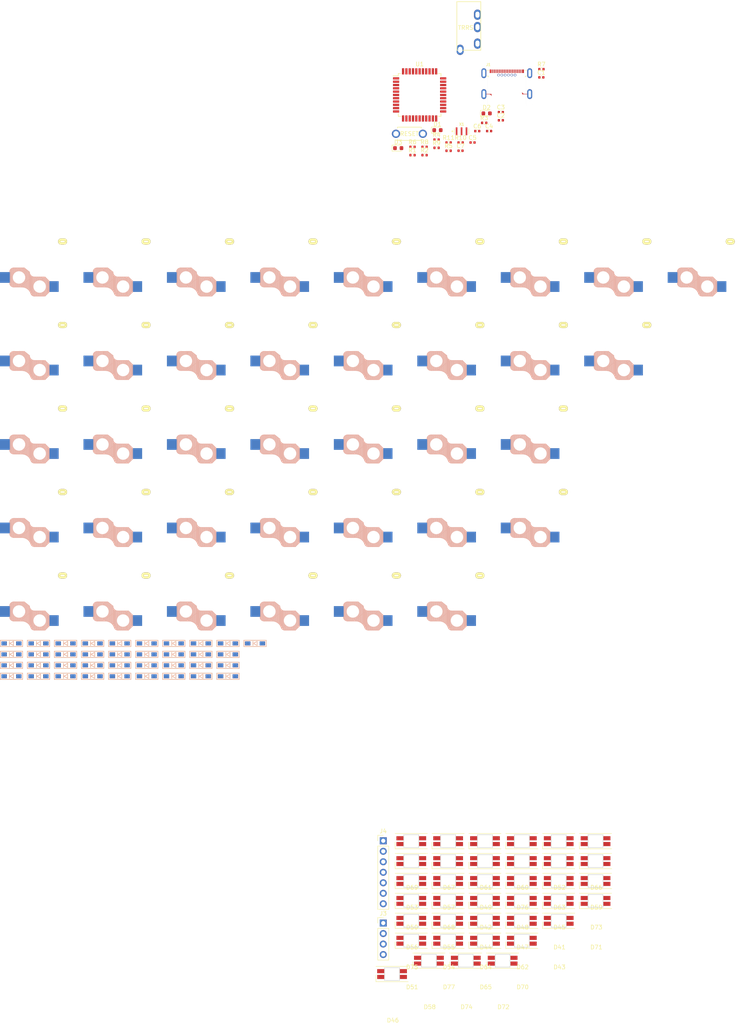
<source format=kicad_pcb>
(kicad_pcb (version 20211014) (generator pcbnew)
  (title_block (title "HatsuLight69") (date "2023-01-02") (rev "0.1") (company "kazmeegawa"))
  (layers (0 "F.Cu" signal) (31 "B.Cu" signal) (34 "B.Paste" user) (35 "F.Paste" user) (36 "B.SilkS" user "B.Silkscreen") (37 "F.SilkS" user "F.Silkscreen") (38 "B.Mask" user) (39 "F.Mask" user) (44 "Edge.Cuts" user))
  (net 0 "")
  (net 1 "Net-(C1-Pad1)")
  (net 2 "GND")
  (net 3 "Net-(C2-Pad2)")
  (net 4 "VCC")
  (net 5 "Net-(D1-Pad1)")
  (net 6 "Net-(D2-Pad1)")
  (net 7 "Net-(D3-Pad2)")
  (net 8 "ROW0")
  (net 9 "Net-(D4-Pad2)")
  (net 10 "Net-(D5-Pad2)")
  (net 11 "Net-(D6-Pad2)")
  (net 12 "Net-(D7-Pad2)")
  (net 13 "Net-(D8-Pad2)")
  (net 14 "Net-(D9-Pad2)")
  (net 15 "Net-(D10-Pad2)")
  (net 16 "ROW1")
  (net 17 "Net-(D11-Pad2)")
  (net 18 "Net-(D12-Pad2)")
  (net 19 "Net-(D13-Pad2)")
  (net 20 "Net-(D14-Pad2)")
  (net 21 "Net-(D15-Pad2)")
  (net 22 "Net-(D16-Pad2)")
  (net 23 "Net-(D17-Pad2)")
  (net 24 "Net-(D18-Pad2)")
  (net 25 "ROW2")
  (net 26 "Net-(D19-Pad2)")
  (net 27 "Net-(D20-Pad2)")
  (net 28 "Net-(D21-Pad2)")
  (net 29 "Net-(D22-Pad2)")
  (net 30 "Net-(D23-Pad2)")
  (net 31 "Net-(D24-Pad2)")
  (net 32 "Net-(D25-Pad2)")
  (net 33 "ROW3")
  (net 34 "Net-(D26-Pad2)")
  (net 35 "Net-(D27-Pad2)")
  (net 36 "Net-(D28-Pad2)")
  (net 37 "Net-(D29-Pad2)")
  (net 38 "Net-(D30-Pad2)")
  (net 39 "Net-(D31-Pad2)")
  (net 40 "Net-(D32-Pad2)")
  (net 41 "Net-(D33-Pad2)")
  (net 42 "ROW4")
  (net 43 "Net-(D34-Pad2)")
  (net 44 "Net-(D35-Pad2)")
  (net 45 "Net-(D36-Pad2)")
  (net 46 "Net-(D37-Pad2)")
  (net 47 "Net-(D38-Pad2)")
  (net 48 "Net-(D39-Pad2)")
  (net 49 "Net-(D40-Pad2)")
  (net 50 "LED")
  (net 51 "Net-(D41-Pad1)")
  (net 52 "Net-(D42-Pad1)")
  (net 53 "Net-(D43-Pad1)")
  (net 54 "Net-(D44-Pad1)")
  (net 55 "Net-(D45-Pad1)")
  (net 56 "Net-(D46-Pad1)")
  (net 57 "Net-(D47-Pad1)")
  (net 58 "Net-(D48-Pad1)")
  (net 59 "Net-(D49-Pad1)")
  (net 60 "Net-(D50-Pad1)")
  (net 61 "Net-(D51-Pad1)")
  (net 62 "Net-(D52-Pad1)")
  (net 63 "Net-(D53-Pad1)")
  (net 64 "Net-(D54-Pad1)")
  (net 65 "Net-(D55-Pad1)")
  (net 66 "Net-(D56-Pad1)")
  (net 67 "Net-(D57-Pad1)")
  (net 68 "Net-(D58-Pad1)")
  (net 69 "Net-(D59-Pad1)")
  (net 70 "Net-(D60-Pad1)")
  (net 71 "Net-(D61-Pad1)")
  (net 72 "Net-(D62-Pad1)")
  (net 73 "Net-(D63-Pad1)")
  (net 74 "Net-(D64-Pad1)")
  (net 75 "Net-(D65-Pad1)")
  (net 76 "Net-(D66-Pad1)")
  (net 77 "Net-(D67-Pad1)")
  (net 78 "Net-(D68-Pad1)")
  (net 79 "Net-(D69-Pad1)")
  (net 80 "Net-(D70-Pad1)")
  (net 81 "Net-(D71-Pad1)")
  (net 82 "Net-(D72-Pad1)")
  (net 83 "Net-(D73-Pad1)")
  (net 84 "Net-(D74-Pad1)")
  (net 85 "Net-(D75-Pad1)")
  (net 86 "Net-(D76-Pad1)")
  (net 90 "Net-(J1-PadA5)")
  (net 91 "Net-(J1-PadA6)")
  (net 92 "Net-(J1-PadA7)")
  (net 98 "Net-(J1-PadB5)")
  (net 102 "SCL")
  (net 103 "SDA")
  (net 104 "MISO")
  (net 105 "MOSI")
  (net 106 "NCS")
  (net 107 "SCLK")
  (net 108 "/MCU/D-")
  (net 109 "/MCU/D+")
  (net 110 "Net-(R5-Pad2)")
  (net 111 "Net-(R6-Pad2)")
  (net 112 "Net-(R7-Pad1)")
  (net 113 "Net-(R8-Pad2)")
  (net 114 "COL0")
  (net 115 "COL1")
  (net 116 "COL2")
  (net 117 "COL3")
  (net 118 "COL4")
  (net 119 "COL5")
  (net 120 "COL6")
  (net 121 "COL7")
  (net 124 "/MCU/XTAL1")
  (net 125 "/MCU/XTAL2")
  (net 126 "DATA")
  (footprint "kbd:YS-SK6812MINI-E" (layer "F.Cu") (at -96.1075 199.9175)
    (fp_text reference "D46")
    (fp_text value "SK6812MINI")
    (fp_line (start -1.8 1.55) (end 1.8 1.55) (layer "Edge.Cuts") (width 0.12))
    (fp_line (start 1.8 1.55) (end 1.8 -1.55) (layer "Edge.Cuts") (width 0.12))
    (fp_line (start -1.8 -1.55) (end -1.8 1.55) (layer "Edge.Cuts") (width 0.12))
    (fp_line (start 1.8 -1.55) (end -1.8 -1.55) (layer "Edge.Cuts") (width 0.12))
  )
  (footprint "kbd:ResetSW_1side" (layer "F.Cu") (at -91.9125 -3.35)
    (fp_text reference "SW1" hide)
    (fp_text value "SW_PUSH")
  )
  (footprint "LED_SMD:LED_0603_1608Metric" (layer "F.Cu") (at -94.6175 0.12)
    (fp_text reference "D3")
    (fp_text value "BLUE")
  )
  (footprint "kbd:YS-SK6812MINI-E" (layer "F.Cu") (at -69.3475 196.6875)
    (fp_text reference "D72")
    (fp_text value "SK6812MINI")
    (fp_line (start 1.8 -1.55) (end -1.8 -1.55) (layer "Edge.Cuts") (width 0.12))
    (fp_line (start -1.8 -1.55) (end -1.8 1.55) (layer "Edge.Cuts") (width 0.12))
    (fp_line (start 1.8 1.55) (end 1.8 -1.55) (layer "Edge.Cuts") (width 0.12))
    (fp_line (start -1.8 1.55) (end 1.8 1.55) (layer "Edge.Cuts") (width 0.12))
  )
  (footprint "kbd:YS-SK6812MINI-E" (layer "F.Cu") (at -46.8575 172.5875)
    (fp_text reference "D59")
    (fp_text value "SK6812MINI")
    (fp_line (start 1.8 -1.55) (end -1.8 -1.55) (layer "Edge.Cuts") (width 0.12))
    (fp_line (start -1.8 -1.55) (end -1.8 1.55) (layer "Edge.Cuts") (width 0.12))
    (fp_line (start -1.8 1.55) (end 1.8 1.55) (layer "Edge.Cuts") (width 0.12))
    (fp_line (start 1.8 1.55) (end 1.8 -1.55) (layer "Edge.Cuts") (width 0.12))
  )
  (footprint "kbd:ChocV1_V2_Hotswap" (layer "F.Cu") (at -141 108.50625)
    (fp_text reference "SW14" hide)
    (fp_text value "SW_PUSH-kbd" hide)
  )
  (footprint "kbd:D3_SMD" (layer "F.Cu") (at -135.825 122.58125)
    (fp_text reference "D12" hide)
    (fp_text value "D_Small" hide)
  )
  (footprint "kbd:ChocV1_V2_Hotswap" (layer "F.Cu") (at -120.8 47.90625)
    (fp_text reference "SW22" hide)
    (fp_text value "SW_PUSH-kbd" hide)
  )
  (footprint "kbd:ChocV1_V2_Hotswap" (layer "F.Cu") (at -161.2 68.10625)
    (fp_text reference "SW8" hide)
    (fp_text value "SW_PUSH-kbd" hide)
  )
  (footprint "kbd:D3_SMD" (layer "F.Cu") (at -175.125 119.93125)
    (fp_text reference "D40" hide)
    (fp_text value "D_Small" hide)
  )
  (footprint "Capacitor_SMD:C_0402_1005Metric" (layer "F.Cu") (at -79.5375 0.75)
    (fp_text reference "C7")
    (fp_text value "4.7u")
  )
  (footprint "kbd:D3_SMD" (layer "F.Cu") (at -142.375 127.88125)
    (fp_text reference "D25" hide)
    (fp_text value "D_Small" hide)
  )
  (footprint "Resistor_SMD:R_0402_1005Metric" (layer "F.Cu") (at -88.2475 1.81)
    (fp_text reference "R2")
    (fp_text value "5.1k")
  )
  (footprint "kbd:YS-SK6812MINI-E" (layer "F.Cu") (at -55.7775 187.0475)
    (fp_text reference "D43")
    (fp_text value "SK6812MINI")
    (fp_line (start -1.8 -1.55) (end -1.8 1.55) (layer "Edge.Cuts") (width 0.12))
    (fp_line (start -1.8 1.55) (end 1.8 1.55) (layer "Edge.Cuts") (width 0.12))
    (fp_line (start 1.8 1.55) (end 1.8 -1.55) (layer "Edge.Cuts") (width 0.12))
    (fp_line (start 1.8 -1.55) (end -1.8 -1.55) (layer "Edge.Cuts") (width 0.12))
  )
  (footprint "kbd:ChocV1_V2_Hotswap" (layer "F.Cu") (at -60.2 68.10625)
    (fp_text reference "SW6" hide)
    (fp_text value "SW_PUSH-kbd" hide)
  )
  (footprint "kbd:YS-SK6812MINI-E" (layer "F.Cu") (at -78.2675 196.6875)
    (fp_text reference "D74")
    (fp_text value "SK6812MINI")
    (fp_line (start 1.8 -1.55) (end -1.8 -1.55) (layer "Edge.Cuts") (width 0.12))
    (fp_line (start -1.8 1.55) (end 1.8 1.55) (layer "Edge.Cuts") (width 0.12))
    (fp_line (start 1.8 1.55) (end 1.8 -1.55) (layer "Edge.Cuts") (width 0.12))
    (fp_line (start -1.8 -1.55) (end -1.8 1.55) (layer "Edge.Cuts") (width 0.12))
  )
  (footprint "kbd:YS-SK6812MINI-E" (layer "F.Cu") (at -73.6175 172.5875)
    (fp_text reference "D49")
    (fp_text value "SK6812MINI")
    (fp_line (start 1.8 1.55) (end 1.8 -1.55) (layer "Edge.Cuts") (width 0.12))
    (fp_line (start -1.8 -1.55) (end -1.8 1.55) (layer "Edge.Cuts") (width 0.12))
    (fp_line (start -1.8 1.55) (end 1.8 1.55) (layer "Edge.Cuts") (width 0.12))
    (fp_line (start 1.8 -1.55) (end -1.8 -1.55) (layer "Edge.Cuts") (width 0.12))
  )
  (footprint "Package_QFP:TQFP-44_10x10mm_P0.8mm" (layer "F.Cu") (at -89.4375 -12.75)
    (fp_text reference "U1")
    (fp_text value "ATMEGA32U4")
  )
  (footprint "kbd:YS-SK6812MINI-E" (layer "F.Cu") (at -73.6175 177.4075)
    (fp_text reference "D42")
    (fp_text value "SK6812MINI")
    (fp_line (start -1.8 1.55) (end 1.8 1.55) (layer "Edge.Cuts") (width 0.12))
    (fp_line (start 1.8 1.55) (end 1.8 -1.55) (layer "Edge.Cuts") (width 0.12))
    (fp_line (start 1.8 -1.55) (end -1.8 -1.55) (layer "Edge.Cuts") (width 0.12))
    (fp_line (start -1.8 -1.55) (end -1.8 1.55) (layer "Edge.Cuts") (width 0.12))
  )
  (footprint "kbd:YS-SK6812MINI-E" (layer "F.Cu") (at -73.6175 191.8675)
    (fp_text reference "D65")
    (fp_text value "SK6812MINI")
    (fp_line (start -1.8 -1.55) (end -1.8 1.55) (layer "Edge.Cuts") (width 0.12))
    (fp_line (start -1.8 1.55) (end 1.8 1.55) (layer "Edge.Cuts") (width 0.12))
    (fp_line (start 1.8 1.55) (end 1.8 -1.55) (layer "Edge.Cuts") (width 0.12))
    (fp_line (start 1.8 -1.55) (end -1.8 -1.55) (layer "Edge.Cuts") (width 0.12))
  )
  (footprint "kbd:YS-SK6812MINI-E" (layer "F.Cu") (at -91.4575 167.7675)
    (fp_text reference "D69")
    (fp_text value "SK6812MINI")
    (fp_line (start -1.8 -1.55) (end -1.8 1.55) (layer "Edge.Cuts") (width 0.12))
    (fp_line (start 1.8 -1.55) (end -1.8 -1.55) (layer "Edge.Cuts") (width 0.12))
    (fp_line (start -1.8 1.55) (end 1.8 1.55) (layer "Edge.Cuts") (width 0.12))
    (fp_line (start 1.8 1.55) (end 1.8 -1.55) (layer "Edge.Cuts") (width 0.12))
  )
  (footprint "kbd:YS-SK6812MINI-E" (layer "F.Cu") (at -91.4575 191.8675)
    (fp_text reference "D51")
    (fp_text value "SK6812MINI")
    (fp_line (start -1.8 -1.55) (end -1.8 1.55) (layer "Edge.Cuts") (width 0.12))
    (fp_line (start 1.8 -1.55) (end -1.8 -1.55) (layer "Edge.Cuts") (width 0.12))
    (fp_line (start 1.8 1.55) (end 1.8 -1.55) (layer "Edge.Cuts") (width 0.12))
    (fp_line (start -1.8 1.55) (end 1.8 1.55) (layer "Edge.Cuts") (width 0.12))
  )
  (footprint "kbd:ChocV1_V2_Hotswap" (layer "F.Cu") (at -80.4 108.50625)
    (fp_text reference "SW2" hide)
    (fp_text value "SW_PUSH-kbd" hide)
  )
  (footprint "kbd:ChocV1_V2_Hotswap" (layer "F.Cu") (at -141 88.30625)
    (fp_text reference "SW37" hide)
    (fp_text value "SW_PUSH-kbd" hide)
  )
  (footprint "kbd:D3_SMD" (layer "F.Cu") (at -155.475 119.93125)
    (fp_text reference "D7" hide)
    (fp_text value "D_Small" hide)
  )
  (footprint "kbd:YS-SK6812MINI-E" (layer "F.Cu") (at -64.6975 167.7675)
    (fp_text reference "D60")
    (fp_text value "SK6812MINI")
    (fp_line (start 1.8 1.55) (end 1.8 -1.55) (layer "Edge.Cuts") (width 0.12))
    (fp_line (start -1.8 -1.55) (end -1.8 1.55) (layer "Edge.Cuts") (width 0.12))
    (fp_line (start 1.8 -1.55) (end -1.8 -1.55) (layer "Edge.Cuts") (width 0.12))
    (fp_line (start -1.8 1.55) (end 1.8 1.55) (layer "Edge.Cuts") (width 0.12))
  )
  (footprint "kbd:D3_SMD" (layer "F.Cu") (at -148.925 119.93125)
    (fp_text reference "D10" hide)
    (fp_text value "D_Small" hide)
  )
  (footprint "kbd:D3_SMD" (layer "F.Cu") (at -162.025 127.88125)
    (fp_text reference "D4" hide)
    (fp_text value "D_Small" hide)
  )
  (footprint "kbd:ChocV1_V2_Hotswap" (layer "F.Cu") (at -60.2 47.90625)
    (fp_text reference "SW32" hide)
    (fp_text value "SW_PUSH-kbd" hide)
  )
  (footprint "kbd:D3_SMD" (layer "F.Cu") (at -162.025 119.93125)
    (fp_text reference "D16" hide)
    (fp_text value "D_Small" hide)
  )
  (footprint "kbd:ChocV1_V2_Hotswap" (layer "F.Cu") (at -181.4 108.50625)
    (fp_text reference "SW26" hide)
    (fp_text value "SW_PUSH-kbd" hide)
  )
  (footprint "kbd:D3_SMD" (layer "F.Cu") (at -181.675 127.88125)
    (fp_text reference "D20" hide)
    (fp_text value "D_Small" hide)
  )
  (footprint "kbd:YS-SK6812MINI-E" (layer "F.Cu") (at -73.6175 182.2275)
    (fp_text reference "D44")
    (fp_text value "SK6812MINI")
    (fp_line (start -1.8 1.55) (end 1.8 1.55) (layer "Edge.Cuts") (width 0.12))
    (fp_line (start 1.8 1.55) (end 1.8 -1.55) (layer "Edge.Cuts") (width 0.12))
    (fp_line (start -1.8 -1.55) (end -1.8 1.55) (layer "Edge.Cuts") (width 0.12))
    (fp_line (start 1.8 -1.55) (end -1.8 -1.55) (layer "Edge.Cuts") (width 0.12))
  )
  (footprint "kbd:YS-SK6812MINI-E" (layer "F.Cu") (at -55.7775 172.5875)
    (fp_text reference "D63")
    (fp_text value "SK6812MINI")
    (fp_line (start -1.8 1.55) (end 1.8 1.55) (layer "Edge.Cuts") (width 0.12))
    (fp_line (start 1.8 1.55) (end 1.8 -1.55) (layer "Edge.Cuts") (width 0.12))
    (fp_line (start -1.8 -1.55) (end -1.8 1.55) (layer "Edge.Cuts") (width 0.12))
    (fp_line (start 1.8 -1.55) (end -1.8 -1.55) (layer "Edge.Cuts") (width 0.12))
  )
  (footprint "kbd:YS-SK6812MINI-E" (layer "F.Cu") (at -46.8575 177.4075)
    (fp_text reference "D73")
    (fp_text value "SK6812MINI")
    (fp_line (start 1.8 -1.55) (end -1.8 -1.55) (layer "Edge.Cuts") (width 0.12))
    (fp_line (start 1.8 1.55) (end 1.8 -1.55) (layer "Edge.Cuts") (width 0.12))
    (fp_line (start -1.8 -1.55) (end -1.8 1.55) (layer "Edge.Cuts") (width 0.12))
    (fp_line (start -1.8 1.55) (end 1.8 1.55) (layer "Edge.Cuts") (width 0.12))
  )
  (footprint "kbd:D3_SMD" (layer "F.Cu") (at -148.925 125.23125)
    (fp_text reference "D15" hide)
    (fp_text value "D_Small" hide)
  )
  (footprint "kbd:YS-SK6812MINI-E" (layer "F.Cu") (at -82.5375 172.5875)
    (fp_text reference "D57")
    (fp_text value "SK6812MINI")
    (fp_line (start -1.8 -1.55) (end -1.8 1.55) (layer "Edge.Cuts") (width 0.12))
    (fp_line (start 1.8 1.55) (end 1.8 -1.55) (layer "Edge.Cuts") (width 0.12))
    (fp_line (start 1.8 -1.55) (end -1.8 -1.55) (layer "Edge.Cuts") (width 0.12))
    (fp_line (start -1.8 1.55) (end 1.8 1.55) (layer "Edge.Cuts") (width 0.12))
  )
  (footprint "kbd:D3_SMD" (layer "F.Cu") (at -168.575 125.23125)
    (fp_text reference "D39" hide)
    (fp_text value "D_Small" hide)
  )
  (footprint "kbd:D3_SMD" (layer "F.Cu") (at -142.375 119.93125)
    (fp_text reference "D28" hide)
    (fp_text value "D_Small" hide)
  )
  (footprint "kbd:YS-SK6812MINI-E" (layer "F.Cu") (at -64.6975 191.8675)
    (fp_text reference "D70")
    (fp_text value "SK6812MINI")
    (fp_line (start 1.8 1.55) (end 1.8 -1.55) (layer "Edge.Cuts") (width 0.12))
    (fp_line (start -1.8 1.55) (end 1.8 1.55) (layer "Edge.Cuts") (width 0.12))
    (fp_line (start 1.8 -1.55) (end -1.8 -1.55) (layer "Edge.Cuts") (width 0.12))
    (fp_line (start -1.8 -1.55) (end -1.8 1.55) (layer "Edge.Cuts") (width 0.12))
  )
  (footprint "kbd:ChocV1_V2_Hotswap" (layer "F.Cu") (at -19.8 27.70625)
    (fp_text reference "SW13" hide)
    (fp_text value "SW_PUSH-kbd" hide)
  )
  (footprint "kbd:D3_SMD" (layer "F.Cu") (at -168.575 127.88125)
    (fp_text reference "D21" hide)
    (fp_text value "D_Small" hide)
  )
  (footprint "kbd:ChocV1_V2_Hotswap" (layer "F.Cu") (at -120.8 108.50625)
    (fp_text reference "SW9" hide)
    (fp_text value "SW_PUSH-kbd" hide)
  )
  (footprint "kbd:ChocV1_V2_Hotswap" (layer "F.Cu") (at -161.2 108.50625)
    (fp_text reference "SW12" hide)
    (fp_text value "SW_PUSH-kbd" hide)
  )
  (footprint "kbd:D3_SMD" (layer "F.Cu") (at -162.025 122.58125)
    (fp_text reference "D34" hide)
    (fp_text value "D_Small" hide)
  )
  (footprint "kbd:ChocV1_V2_Hotswap" (layer "F.Cu") (at -60.2 88.30625)
    (fp_text reference "SW23" hide)
    (fp_text value "SW_PUSH-kbd" hide)
  )
  (footprint "Resistor_SMD:R_0402_1005Metric" (layer "F.Cu") (at -73.8075 -5.99)
    (fp_text reference "R3")
    (fp_text value "22")
  )
  (footprint "Capacitor_SMD:C_0402_1005Metric" (layer "F.Cu") (at -59.9775 -17)
    (fp_text reference "C1")
    (fp_text value "0.1u")
  )
  (footprint "kbd:D3_SMD" (layer "F.Cu") (at -148.925 122.58125)
    (fp_text reference "D17" hide)
    (fp_text value "D_Small" hide)
  )
  (footprint "kbd:ChocV1_V2_Hotswap" (layer "F.Cu") (at -80.4 27.70625)
    (fp_text reference "SW21" hide)
    (fp_text value "SW_PUSH-kbd" hide)
  )
  (footprint "kbd:D3_SMD" (layer "F.Cu") (at -188.225 127.88125)
    (fp_text reference "D33" hide)
    (fp_text value "D_Small" hide)
  )
  (footprint "kbd:YS-SK6812MINI-E" (layer "F.Cu") (at -64.6975 177.4075)
    (fp_text reference "D48")
    (fp_text value "SK6812MINI")
    (fp_line (start 1.8 1.55) (end 1.8 -1.55) (layer "Edge.Cuts") (width 0.12))
    (fp_line (start 1.8 -1.55) (end -1.8 -1.55) (layer "Edge.Cuts") (width 0.12))
    (fp_line (start -1.8 1.55) (end 1.8 1.55) (layer "Edge.Cuts") (width 0.12))
    (fp_line (start -1.8 -1.55) (end -1.8 1.55) (layer "Edge.Cuts") (width 0.12))
  )
  (footprint "kbd:ChocV1_V2_Hotswap" (layer "F.Cu") (at -141 68.10625)
    (fp_text reference "SW35" hide)
    (fp_text value "SW_PUSH-kbd" hide)
  )
  (footprint "kbd:D3_SMD" (layer "F.Cu") (at -181.675 119.93125)
    (fp_text reference "D13" hide)
    (fp_text value "D_Small" hide)
  )
  (footprint "Capacitor_SMD:C_0402_1005Metric" (layer "F.Cu") (at -69.7775 -6.62)
    (fp_text reference "C2")
    (fp_text value "1u")
  )
  (footprint "Resistor_SMD:R_0402_1005Metric" (layer "F.Cu") (at -79.5175 -1.23)
    (fp_text reference "R10")
    (fp_text value "10k")
  )
  (footprint "Resistor_SMD:R_0402_1005Metric" (layer "F.Cu") (at -85.3375 0.05)
    (fp_text reference "R9")
    (fp_text value "1k")
  )
  (footprint "kbd:D3_SMD" (layer "F.Cu") (at -148.925 127.88125)
    (fp_text reference "D24" hide)
    (fp_text value "D_Small" hide)
  )
  (footprint "kbd:ChocV1_V2_Hotswap" (layer "F.Cu") (at -181.4 27.70625)
    (fp_text reference "SW3" hide)
    (fp_text value "SW_PUSH-kbd" hide)
  )
  (footprint "kbd:YS-SK6812MINI-E" (layer "F.Cu") (at -73.6175 167.7675)
    (fp_text reference "D61")
    (fp_text value "SK6812MINI")
    (fp_line (start 1.8 1.55) (end 1.8 -1.55) (layer "Edge.Cuts") (width 0.12))
    (fp_line (start -1.8 1.55) (end 1.8 1.55) (layer "Edge.Cuts") (width 0.12))
    (fp_line (start 1.8 -1.55) (end -1.8 -1.55) (layer "Edge.Cuts") (width 0.12))
    (fp_line (start -1.8 -1.55) (end -1.8 1.55) (layer "Edge.Cuts") (width 0.12))
  )
  (footprint "kbd:D3_SMD" (layer "F.Cu") (at -142.375 122.58125)
    (fp_text reference "D32" hide)
    (fp_text value "D_Small" hide)
  )
  (footprint "kbd:YS-SK6812MINI-E" (layer "F.Cu") (at -82.5375 187.0475)
    (fp_text reference "D54")
    (fp_text value "SK6812MINI")
    (fp_line (start -1.8 1.55) (end 1.8 1.55) (layer "Edge.Cuts") (width 0.12))
    (fp_line (start -1.8 -1.55) (end -1.8 1.55) (layer "Edge.Cuts") (width 0.12))
    (fp_line (start 1.8 -1.55) (end -1.8 -1.55) (layer "Edge.Cuts") (width 0.12))
    (fp_line (start 1.8 1.55) (end 1.8 -1.55) (layer "Edge.Cuts") (width 0.12))
  )
  (footprint "kbd:D3_SMD" (layer "F.Cu") (at -175.125 122.58125)
    (fp_text reference "D8" hide)
    (fp_text value "D_Small" hide)
  )
  (footprint "kbd:ChocV1_V2_Hotswap" (layer "F.Cu") (at -100.6 27.70625)
    (fp_text reference "SW20" hide)
    (fp_text value "SW_PUSH-kbd" hide)
  )
  (footprint "kbd:YS-SK6812MINI-E" (layer "F.Cu") (at -91.4575 187.0475)
    (fp_text reference "D75")
    (fp_text value "SK6812MINI")
    (fp_line (start 1.8 1.55) (end 1.8 -1.55) (layer "Edge.Cuts") (width 0.12))
    (fp_line (start -1.8 -1.55) (end -1.8 1.55) (layer "Edge.Cuts") (width 0.12))
    (fp_line (start 1.8 -1.55) (end -1.8 -1.55) (layer "Edge.Cuts") (width 0.12))
    (fp_line (start -1.8 1.55) (end 1.8 1.55) (layer "Edge.Cuts") (width 0.12))
  )
  (footprint "kbd:ChocV1_V2_Hotswap" (layer "F.Cu") (at -40 47.90625)
    (fp_text reference "SW4" hide)
    (fp_text value "SW_PUSH-kbd" hide)
  )
  (footprint "kbd:YS-SK6812MINI-E" (layer "F.Cu") (at -91.4575 177.4075)
    (fp_text reference "D50")
    (fp_text value "SK6812MINI")
    (fp_line (start -1.8 1.55) (end 1.8 1.55) (layer "Edge.Cuts") (width 0.12))
    (fp_line (start 1.8 1.55) (end 1.8 -1.55) (layer "Edge.Cuts") (width 0.12))
    (fp_line (start 1.8 -1.55) (end -1.8 -1.55) (layer "Edge.Cuts") (width 0.12))
    (fp_line (start -1.8 -1.55) (end -1.8 1.55) (layer "Edge.Cuts") (width 0.12))
  )
  (footprint "kbd:D3_SMD" (layer "F.Cu") (at -168.575 122.58125)
    (fp_text reference "D38" hide)
    (fp_text value "D_Small" hide)
  )
  (footprint "kbd:D3_SMD" (layer "F.Cu") (at -129.275 119.93125)
    (fp_text reference "D5" hide)
    (fp_text value "D_Small" hide)
  )
  (footprint "kbd:D3_SMD" (layer "F.Cu") (at -142.375 125.23125)
    (fp_text reference "D11" hide)
    (fp_text value "D_Small" hide)
  )
  (footprint "Capacitor_SMD:C_0402_1005Metric" (layer "F.Cu") (at -75.4875 -4.01)
    (fp_text reference "C6")
    (fp_text value "0.1u")
  )
  (footprint "Connector_PinHeader_2.54mm:PinHeader_1x04_P2.54mm_Vertical" (layer "F.Cu") (at -98.2425 187.5825)
    (fp_text reference "J3")
    (fp_text value "I2C")
  )
  (footprint "kbd:YS-SK6812MINI-E" (layer "F.Cu") (at -82.5375 177.4075)
    (fp_text reference "D68")
    (fp_text value "SK6812MINI")
    (fp_line (start 1.8 -1.55) (end -1.8 -1.55) (layer "Edge.Cuts") (width 0.12))
    (fp_line (start -1.8 -1.55) (end -1.8 1.55) (layer "Edge.Cuts") (width 0.12))
    (fp_line (start -1.8 1.55) (end 1.8 1.55) (layer "Edge.Cuts") (width 0.12))
    (fp_line (start 1.8 1.55) (end 1.8 -1.55) (layer "Edge.Cuts") (width 0.12))
  )
  (footprint "kbd:D3_SMD" (layer "F.Cu") (at -188.225 125.23125)
    (fp_text reference "D14" hide)
    (fp_text value "D_Small" hide)
  )
  (footprint "kbd:YS-SK6812MINI-E" (layer "F.Cu") (at -87.1875 196.6875)
    (fp_text reference "D58")
    (fp_text value "SK6812MINI")
    (fp_line (start -1.8 1.55) (end 1.8 1.55) (layer "Edge.Cuts") (width 0.12))
    (fp_line (start 1.8 1.55) (end 1.8 -1.55) (layer "Edge.Cuts") (width 0.12))
    (fp_line (start 1.8 -1.55) (end -1.8 -1.55) (layer "Edge.Cuts") (width 0.12))
    (fp_line (start -1.8 -1.55) (end -1.8 1.55) (layer "Edge.Cuts") (width 0.12))
  )
  (footprint "kbd:YS-SK6812MINI-E" (layer "F.Cu") (at -55.7775 167.7675)
    (fp_text reference "D52")
    (fp_text value "SK6812MINI")
    (fp_line (start 1.8 1.55) (end 1.8 -1.55) (layer "Edge.Cuts") (width 0.12))
    (fp_line (start 1.8 -1.55) (end -1.8 -1.55) (layer "Edge.Cuts") (width 0.12))
    (fp_line (start -1.8 1.55) (end 1.8 1.55) (layer "Edge.Cuts") (width 0.12))
    (fp_line (start -1.8 -1.55) (end -1.8 1.55) (layer "Edge.Cuts") (width 0.12))
  )
  (footprint "LED_SMD:LED_0603_1608Metric" (layer "F.Cu") (at -73.2175 -8.28)
    (fp_text reference "D2")
    (fp_text value "GREEN")
  )
  (footprint "kbd:YS-SK6812MINI-E" (layer "F.Cu") (at -64.6975 182.2275)
    (fp_text reference "D47")
    (fp_text value "SK6812MINI")
    (fp_line (start 1.8 1.55) (end 1.8 -1.55) (layer "Edge.Cuts") (width 0.12))
    (fp_line (start 1.8 -1.55) (end -1.8 -1.55) (layer "Edge.Cuts") (width 0.12))
    (fp_line (start -1.8 1.55) (end 1.8 1.55) (layer "Edge.Cuts") (width 0.12))
    (fp_line (start -1.8 -1.55) (end -1.8 1.55) (layer "Edge.Cuts") (width 0.12))
  )
  (footprint "Capacitor_SMD:C_0402_1005Metric" (layer "F.Cu") (at -69.7775 -8.59)
    (fp_text reference "C3")
    (fp_text value "0.1u")
  )
  (footprint "kbd:D3_SMD" (layer "F.Cu") (at -135.825 127.88125)
    (fp_text reference "D31" hide)
    (fp_text value "D_Small" hide)
  )
  (footprint "kbd:ChocV1_V2_Hotswap" (layer "F.Cu") (at -120.8 27.70625)
    (fp_text reference "SW38" hide)
    (fp_text value "SW_PUSH-kbd" hide)
  )
  (footprint "kbd:ChocV1_V2_Hotswap" (layer "F.Cu") (at -80.4 47.90625)
    (fp_text reference "SW19" hide)
    (fp_text value "SW_PUSH-kbd" hide)
  )
  (footprint "kbd:YS-SK6812MINI-E" (layer "F.Cu") (at -91.4575 182.2275)
    (fp_text reference "D56")
    (fp_text value "SK6812MINI")
    (fp_line (start 1.8 1.55) (end 1.8 -1.55) (layer "Edge.Cuts") (width 0.12))
    (fp_line (start 1.8 -1.55) (end -1.8 -1.55) (layer "Edge.Cuts") (width 0.12))
    (fp_line (start -1.8 1.55) (end 1.8 1.55) (layer "Edge.Cuts") (width 0.12))
    (fp_line (start -1.8 -1.55) (end -1.8 1.55) (layer "Edge.Cuts") (width 0.12))
  )
  (footprint "kbd:D3_SMD" (layer "F.Cu") (at -175.125 127.88125)
    (fp_text reference "D6" hide)
    (fp_text value "D_Small" hide)
  )
  (footprint "kbd:ChocV1_V2_Hotswap" (layer "F.Cu") (at -100.6 108.50625)
    (fp_text reference "SW33" hide)
    (fp_text value "SW_PUSH-kbd" hide)
  )
  (footprint "kbd:ChocV1_V2_Hotswap" (layer "F.Cu") (at -120.8 88.30625)
    (fp_text reference "SW30" hide)
    (fp_text value "SW_PUSH-kbd" hide)
  )
  (footprint "kbd:YS-SK6812MINI-E" (layer "F.Cu") (at -46.8575 167.7675)
    (fp_text reference "D66")
    (fp_text value "SK6812MINI")
    (fp_line (start 1.8 -1.55) (end -1.8 -1.55) (layer "Edge.Cuts") (width 0.12))
    (fp_line (start 1.8 1.55) (end 1.8 -1.55) (layer "Edge.Cuts") (width 0.12))
    (fp_line (start -1.8 1.55) (end 1.8 1.55) (layer "Edge.Cuts") (width 0.12))
    (fp_line (start -1.8 -1.55) (end -1.8 1.55) (layer "Edge.Cuts") (width 0.12))
  )
  (footprint "kbd:D3_SMD" (layer "F.Cu") (at -175.125 125.23125)
    (fp_text reference "D19" hide)
    (fp_text value "D_Small" hide)
  )
  (footprint "LED_SMD:LED_0603_1608Metric" (layer "F.Cu") (at -85.1175 -4.23)
    (fp_text reference "D1")
    (fp_text value "RED")
  )
  (footprint "Connector_PinHeader_2.54mm:PinHeader_1x07_P2.54mm_Vertical" (layer "F.Cu") (at -98.2425 167.6825)
    (fp_text reference "J4")
    (fp_text value "SPI")
  )
  (footprint "kbd:ChocV1_V2_Hotswap" (layer "F.Cu") (at -60.2 27.70625)
    (fp_text reference "SW10" hide)
    (fp_text value "SW_PUSH-kbd" hide)
  )
  (footprint "kbd:D3_SMD" (layer "F.Cu") (at -135.825 119.93125)
    (fp_text reference "D30" hide)
    (fp_text value "D_Small" hide)
  )
  (footprint "kbd:D3_SMD" (layer "F.Cu") (at -162.025 125.23125)
    (fp_text reference "D35" hide)
    (fp_text value "D_Small" hide)
  )
  (footprint "kbd:YS-SK6812MINI-E" (layer "F.Cu") (at -82.5375 182.2275)
    (fp_text reference "D55")
    (fp_text value "SK6812MINI")
    (fp_line (start -1.8 -1.55) (end -1.8 1.55) (layer "Edge.Cuts") (width 0.12))
    (fp_line (start 1.8 1.55) (end 1.8 -1.55) (layer "Edge.Cuts") (width 0.12))
    (fp_line (start 1.8 -1.55) (end -1.8 -1.55) (layer "Edge.Cuts") (width 0.12))
    (fp_line (start -1.8 1.55) (end 1.8 1.55) (layer "Edge.Cuts") (width 0.12))
  )
  (footprint "Resistor_SMD:R_0402_1005Metric" (layer "F.Cu") (at -59.9575 -18.98)
    (fp_text reference "R7")
    (fp_text value "10k")
  )
  (footprint "kbd:ChocV1_V2_Hotswap" (layer "F.Cu") (at -161.2 27.70625)
    (fp_text reference "SW18" hide)
    (fp_text value "SW_PUSH-kbd" hide)
  )
  (footprint "kbd:ChocV1_V2_Hotswap" (layer "F.Cu") (at -100.6 47.90625)
    (fp_text reference "SW29" hide)
    (fp_text value "SW_PUSH-kbd" hide)
  )
  (footprint "kbd:D3_SMD" (layer "F.Cu") (at -155.475 127.88125)
    (fp_text reference "D9" hide)
    (fp_text value "D_Small" hide)
  )
  (footprint "kbd:D3_SMD" (layer "F.Cu") (at -168.575 119.93125)
    (fp_text reference "D37" hide)
    (fp_text value "D_Small" hide)
  )
  (footprint "Resistor_SMD:R_0402_1005Metric" (layer "F.Cu") (at -88.2475 -0.18)
    (fp_text reference "R8")
    (fp_text value "1k")
  )
  (footprint "kbd:ChocV1_V2_Hotswap" (layer "F.Cu") (at -181.4 68.10625)
    (fp_text reference "SW16" hide)
    (fp_text value "SW_PUSH-kbd" hide)
  )
  (footprint "kbd:YS-SK6812MINI-E" (layer "F.Cu") (at -64.6975 172.5875)
    (fp_text reference "D76")
    (fp_text value "SK6812MINI")
    (fp_line (start 1.8 1.55) (end 1.8 -1.55) (layer "Edge.Cuts") (width 0.12))
    (fp_line (start 1.8 -1.55) (end -1.8 -1.55) (layer "Edge.Cuts") (width 0.12))
    (fp_line (start -1.8 -1.55) (end -1.8 1.55) (layer "Edge.Cuts") (width 0.12))
    (fp_line (start -1.8 1.55) (end 1.8 1.55) (layer "Edge.Cuts") (width 0.12))
  )
  (footprint "kbd:D3_SMD" (layer "F.Cu") (at -181.675 125.23125)
    (fp_text reference "D36" hide)
    (fp_text value "D_Small" hide)
  )
  (footprint "kbd:ChocV1_V2_Hotswap" (layer "F.Cu") (at -100.6 68.10625)
    (fp_text reference "SW17" hide)
    (fp_text value "SW_PUSH-kbd" hide)
  )
  (footprint "kbd:D3_SMD" (layer "F.Cu") (at -155.475 122.58125)
    (fp_text reference "D29" hide)
    (fp_text value "D_Small" hide)
  )
  (footprint "kbd:YS-SK6812MINI-E" (layer "F.Cu") (at -82.5375 167.7675)
    (fp_text reference "D67")
    (fp_text value "SK6812MINI")
    (fp_line (start 1.8 -1.55) (end -1.8 -1.55) (layer "Edge.Cuts") (width 0.12))
    (fp_line (start -1.8 1.55) (end 1.8 1.55) (layer "Edge.Cuts") (width 0.12))
    (fp_line (start 1.8 1.55) (end 1.8 -1.55) (layer "Edge.Cuts") (width 0.12))
    (fp_line (start -1.8 -1.55) (end -1.8 1.55) (layer "Edge.Cuts") (width 0.12))
  )
  (footprint "kbd:YS-SK6812MINI-E" (layer "F.Cu") (at -91.4575 172.5875)
    (fp_text reference "D53")
    (fp_text value "SK6812MINI")
    (fp_line (start 1.8 1.55) (end 1.8 -1.55) (layer "Edge.Cuts") (width 0.12))
    (fp_line (start -1.8 1.55) (end 1.8 1.55) (layer "Edge.Cuts") (width 0.12))
    (fp_line (start 1.8 -1.55) (end -1.8 -1.55) (layer "Edge.Cuts") (width 0.12))
    (fp_line (start -1.8 -1.55) (end -1.8 1.55) (layer "Edge.Cuts") (width 0.12))
  )
  (footprint "kbd:ChocV1_V2_Hotswap" (layer "F.Cu") (at -100.6 88.30625)
    (fp_text reference "SW36" hide)
    (fp_text value "SW_PUSH-kbd" hide)
  )
  (footprint "Resistor_SMD:R_0402_1005Metric" (layer "F.Cu") (at -82.4275 0.76)
    (fp_text reference "R5")
    (fp_text value "1k")
  )
  (footprint "Resistor_SMD:R_0402_1005Metric" (layer "F.Cu") (at -91.1575 -0.18)
    (fp_text reference "R6")
    (fp_text value "10k")
  )
  (footprint "kbd:YS-SK6812MINI-E" (layer "F.Cu") (at -46.8575 182.2275)
    (fp_text reference "D71")
    (fp_text value "SK6812MINI")
    (fp_line (start 1.8 1.55) (end 1.8 -1.55) (layer "Edge.Cuts") (width 0.12))
    (fp_line (start -1.8 1.55) (end 1.8 1.55) (layer "Edge.Cuts") (width 0.12))
    (fp_line (start 1.8 -1.55) (end -1.8 -1.55) (layer "Edge.Cuts") (width 0.12))
    (fp_line (start -1.8 -1.55) (end -1.8 1.55) (layer "Edge.Cuts") (width 0.12))
  )
  (footprint "kbd:D3_SMD" (layer "F.Cu") (at -188.225 122.58125)
    (fp_text reference "D27" hide)
    (fp_text value "D_Small" hide)
  )
  (footprint "HatsuLight69:HRS_CX70M-24P1" (layer "F.Cu") (at -68.3375 -12.95)
    (fp_text reference "J1")
    (fp_text value "USB_C_Receptacle")
    (fp_line (start 4.67 -4.05) (end 4.67 2.6) (layer "Edge.Cuts") (width 0.01))
    (fp_line (start -4.67 -4.05) (end 4.67 -4.05) (layer "Edge.Cuts") (width 0.01))
    (fp_line (start 4.67 2.6) (end 6.4 2.6) (layer "Edge.Cuts") (width 0.01))
    (fp_line (start -4.67 2.6) (end -4.67 -4.05) (layer "Edge.Cuts") (width 0.01))
    (fp_line (start -6.4 2.6) (end -4.67 2.6) (layer "Edge.Cuts") (width 0.01))
  )
  (footprint "kbd:ChocV1_V2_Hotswap" (layer "F.Cu") (at -161.2 88.30625)
    (fp_text reference "SW15" hide)
    (fp_text value "SW_PUSH-kbd" hide)
  )
  (footprint "kbd:MJ-4PP-9_1side" (layer "F.Cu") (at -77.53125 -35.4625)
    (fp_text reference "J2")
    (fp_text value "MJ-4PP-9" hide)
  )
  (footprint "kbd:D3_SMD" (layer "F.Cu") (at -188.225 119.93125)
    (fp_text reference "D18" hide)
    (fp_text value "D_Small" hide)
  )
  (footprint "kbd:ChocV1_V2_Hotswap" (layer "F.Cu") (at -120.8 68.10625)
    (fp_text reference "SW11" hide)
    (fp_text value "SW_PUSH-kbd" hide)
  )
  (footprint "HatsuLight69:OSC_CSTNE16M0V530000R0" (layer "F.Cu") (at -79.2925 -3.95)
    (fp_text reference "X1")
    (fp_text value "CSTNE16M0V530000R0")
  )
  (footprint "Resistor_SMD:R_0402_1005Metric" (layer "F.Cu") (at -82.4275 -1.23)
    (fp_text reference "R11")
    (fp_text value "10k")
  )
  (footprint "Capacitor_SMD:C_0402_1005Metric" (layer "F.Cu") (at -76.6275 -1.24)
    (fp_text reference "C5")
    (fp_text value "0.1u")
  )
  (footprint "kbd:YS-SK6812MINI-E" (layer "F.Cu") (at -55.7775 182.2275)
    (fp_text reference "D41")
    (fp_text value "SK6812MINI")
    (fp_line (start -1.8 -1.55) (end -1.8 1.55) (layer "Edge.Cuts") (width 0.12))
    (fp_line (start 1.8 1.55) (end 1.8 -1.55) (layer "Edge.Cuts") (width 0.12))
    (fp_line (start 1.8 -1.55) (end -1.8 -1.55) (layer "Edge.Cuts") (width 0.12))
    (fp_line (start -1.8 1.55) (end 1.8 1.55) (layer "Edge.Cuts") (width 0.12))
  )
  (footprint "Capacitor_SMD:C_0402_1005Metric" (layer "F.Cu") (at -72.6175 -4.01)
    (fp_text reference "C4")
    (fp_text value "0.1u")
  )
  (footprint "kbd:ChocV1_V2_Hotswap" (layer "F.Cu") (at -80.4 88.30625)
    (fp_text reference "SW7" hide)
    (fp_text value "SW_PUSH-kbd" hide)
  )
  (footprint "kbd:ChocV1_V2_Hotswap" (layer "F.Cu") (at -141 27.70625)
    (fp_text reference "SW28" hide)
    (fp_text value "SW_PUSH-kbd" hide)
  )
  (footprint "kbd:ChocV1_V2_Hotswap" (layer "F.Cu") (at -141 47.90625)
    (fp_text reference "SW31" hide)
    (fp_text value "SW_PUSH-kbd" hide)
  )
  (footprint "kbd:YS-SK6812MINI-E" (layer "F.Cu") (at -64.6975 187.0475)
    (fp_text reference "D62")
    (fp_text value "SK6812MINI")
    (fp_line (start -1.8 1.55) (end 1.8 1.55) (layer "Edge.Cuts") (width 0.12))
    (fp_line (start -1.8 -1.55) (end -1.8 1.55) (layer "Edge.Cuts") (width 0.12))
    (fp_line (start 1.8 1.55) (end 1.8 -1.55) (layer "Edge.Cuts") (width 0.12))
    (fp_line (start 1.8 -1.55) (end -1.8 -1.55) (layer "Edge.Cuts") (width 0.12))
  )
  (footprint "Resistor_SMD:R_0402_1005Metric" (layer "F.Cu") (at -91.1575 1.81)
    (fp_text reference "R1")
    (fp_text value "5.1k")
  )
  (footprint "kbd:YS-SK6812MINI-E" (layer "F.Cu") (at -73.6175 187.0475)
    (fp_text reference "D64")
    (fp_text value "SK6812MINI")
    (fp_line (start 1.8 -1.55) (end -1.8 -1.55) (layer "Edge.Cuts") (width 0.12))
    (fp_line (start -1.8 -1.55) (end -1.8 1.55) (layer "Edge.Cuts") (width 0.12))
    (fp_line (start -1.8 1.55) (end 1.8 1.55) (layer "Edge.Cuts") (width 0.12))
    (fp_line (start 1.8 1.55) (end 1.8 -1.55) (layer "Edge.Cuts") (width 0.12))
  )
  (footprint "kbd:ChocV1_V2_Hotswap" (layer "F.Cu") (at -181.4 47.90625)
    (fp_text reference "SW24" hide)
    (fp_text value "SW_PUSH-kbd" hide)
  )
  (footprint "kbd:YS-SK6812MINI-E" (layer "F.Cu") (at -82.5375 191.8675)
    (fp_text reference "D77")
    (fp_text value "SK6812MINI")
    (fp_line (start 1.8 -1.55) (end -1.8 -1.55) (layer "Edge.Cuts") (width 0.12))
    (fp_line (start -1.8 -1.55) (end -1.8 1.55) (layer "Edge.Cuts") (width 0.12))
    (fp_line (start -1.8 1.55) (end 1.8 1.55) (layer "Edge.Cuts") (width 0.12))
    (fp_line (start 1.8 1.55) (end 1.8 -1.55) (layer "Edge.Cuts") (width 0.12))
  )
  (footprint "kbd:D3_SMD" (layer "F.Cu") (at -181.675 122.58125)
    (fp_text reference "D22" hide)
    (fp_text value "D_Small" hide)
  )
  (footprint "kbd:D3_SMD" (layer "F.Cu") (at -135.825 125.23125)
    (fp_text reference "D26" hide)
    (fp_text value "D_Small" hide)
  )
  (footprint "kbd:YS-SK6812MINI-E" (layer "F.Cu") (at -55.7775 177.4075)
    (fp_text reference "D45")
    (fp_text value "SK6812MINI")
    (fp_line (start -1.8 -1.55) (end -1.8 1.55) (layer "Edge.Cuts") (width 0.12))
    (fp_line (start 1.8 -1.55) (end -1.8 -1.55) (layer "Edge.Cuts") (width 0.12))
    (fp_line (start -1.8 1.55) (end 1.8 1.55) (layer "Edge.Cuts") (width 0.12))
    (fp_line (start 1.8 1.55) (end 1.8 -1.55) (layer "Edge.Cuts") (width 0.12))
  )
  (footprint "kbd:ChocV1_V2_Hotswap" (layer "F.Cu") (at -181.4 88.30625)
    (fp_text reference "SW34" hide)
    (fp_text value "SW_PUSH-kbd" hide)
  )
  (footprint "Resistor_SMD:R_0402_1005Metric" (layer "F.Cu") (at -85.3375 -1.94)
    (fp_text reference "R4")
    (fp_text value "22")
  )
  (footprint "kbd:ChocV1_V2_Hotswap" (layer "F.Cu") (at -80.4 68.10625)
    (fp_text reference "SW25" hide)
    (fp_text value "SW_PUSH-kbd" hide)
  )
  (footprint "kbd:D3_SMD" (layer "F.Cu") (at -155.475 125.23125)
    (fp_text reference "D23" hide)
    (fp_text value "D_Small" hide)
  )
  (footprint "kbd:ChocV1_V2_Hotswap" (layer "F.Cu") (at -161.2 47.90625)
    (fp_text reference "SW27" hide)
    (fp_text value "SW_PUSH-kbd" hide)
  )
  (footprint "kbd:ChocV1_V2_Hotswap" (layer "F.Cu") (at -40 27.70625)
    (fp_text reference "SW5" hide)
    (fp_text value "SW_PUSH-kbd" hide)
  )
)
</source>
